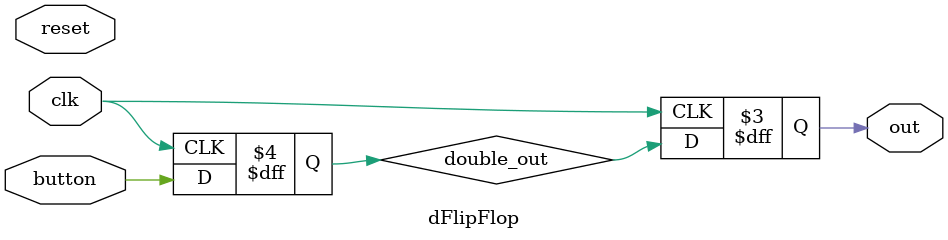
<source format=sv>
module dFlipFlop (clk, reset, button, out);
	input logic clk;
	input logic reset;
	input logic button;
	output logic out;
	
	logic double_out;
	
		always_ff @(posedge clk) begin 
			double_out <= button;
			
		end
		
		always_ff @(posedge clk) begin 
			out <= double_out;
			
		end
		
	endmodule

</source>
